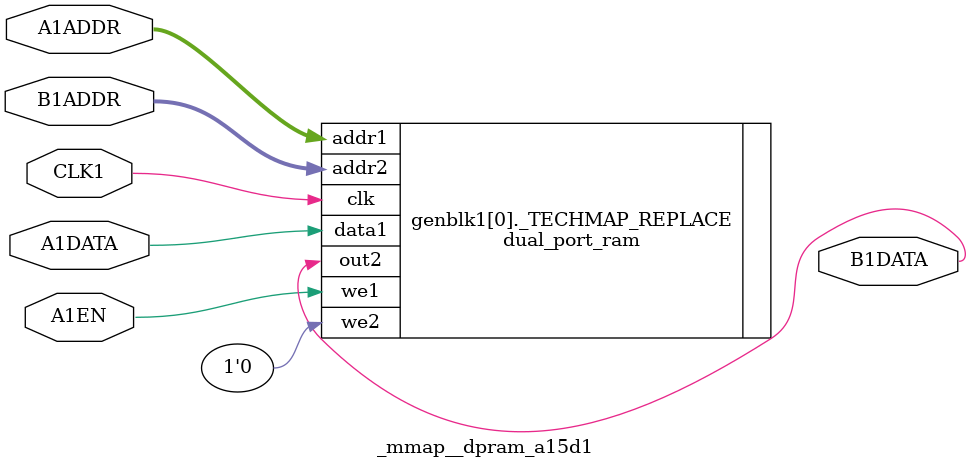
<source format=v>
module _mmap__dpram_a10d32 (CLK1, A1ADDR, A1DATA, A1EN, B1ADDR, B1DATA);

    localparam      ADDR_WIDTH = 10;
    localparam      DATA_WIDTH = 32;

    input                   CLK1;
    input [ADDR_WIDTH-1:0]  A1ADDR;
    input [DATA_WIDTH-1:0]  A1DATA;
    input                   A1EN;
    input [ADDR_WIDTH-1:0]  B1ADDR;
    output [DATA_WIDTH-1:0] B1DATA;

    parameter       INIT    = 1'bx;
    parameter       CLKPOL1 = 1;
    parameter       CLKPOL2 = 1;

    genvar i;
    generate for (i = 0; i < DATA_WIDTH; i = i + 1) begin
        dual_port_ram #(
            .ADDR_WIDTH     (ADDR_WIDTH)
        ) _TECHMAP_REPLACE (
            .clk        (CLK1)

            ,.addr1     (A1ADDR)
            ,.we1       (A1EN)
            ,.data1     (A1DATA[i])

            ,.addr2     (B1ADDR)
            ,.we2       (1'b0)
            ,.out2      (B1DATA[i])
            );
    end endgenerate

endmodule

module _mmap__dpram_a11d16 (CLK1, A1ADDR, A1DATA, A1EN, B1ADDR, B1DATA);

    localparam      ADDR_WIDTH = 11;
    localparam      DATA_WIDTH = 16;

    input                   CLK1;
    input [ADDR_WIDTH-1:0]  A1ADDR;
    input [DATA_WIDTH-1:0]  A1DATA;
    input                   A1EN;
    input [ADDR_WIDTH-1:0]  B1ADDR;
    output [DATA_WIDTH-1:0] B1DATA;

    parameter       INIT    = 1'bx;
    parameter       CLKPOL1 = 1;
    parameter       CLKPOL2 = 1;

    genvar i;
    generate for (i = 0; i < DATA_WIDTH; i = i + 1) begin
        dual_port_ram #(
            .ADDR_WIDTH     (ADDR_WIDTH)
        ) _TECHMAP_REPLACE (
            .clk        (CLK1)

            ,.addr1     (A1ADDR)
            ,.we1       (A1EN)
            ,.data1     (A1DATA[i])

            ,.addr2     (B1ADDR)
            ,.we2       (1'b0)
            ,.out2      (B1DATA[i])
            );
    end endgenerate

endmodule

module _mmap__dpram_a12d8 (CLK1, A1ADDR, A1DATA, A1EN, B1ADDR, B1DATA);

    localparam      ADDR_WIDTH = 12;
    localparam      DATA_WIDTH = 8;

    input                   CLK1;
    input [ADDR_WIDTH-1:0]  A1ADDR;
    input [DATA_WIDTH-1:0]  A1DATA;
    input                   A1EN;
    input [ADDR_WIDTH-1:0]  B1ADDR;
    output [DATA_WIDTH-1:0] B1DATA;

    parameter       INIT    = 1'bx;
    parameter       CLKPOL1 = 1;
    parameter       CLKPOL2 = 1;

    genvar i;
    generate for (i = 0; i < DATA_WIDTH; i = i + 1) begin
        dual_port_ram #(
            .ADDR_WIDTH     (ADDR_WIDTH)
        ) _TECHMAP_REPLACE (
            .clk        (CLK1)

            ,.addr1     (A1ADDR)
            ,.we1       (A1EN)
            ,.data1     (A1DATA[i])

            ,.addr2     (B1ADDR)
            ,.we2       (1'b0)
            ,.out2      (B1DATA[i])
            );
    end endgenerate

endmodule

module _mmap__dpram_a13d4 (CLK1, A1ADDR, A1DATA, A1EN, B1ADDR, B1DATA);

    localparam      ADDR_WIDTH = 13;
    localparam      DATA_WIDTH = 4;

    input                   CLK1;
    input [ADDR_WIDTH-1:0]  A1ADDR;
    input [DATA_WIDTH-1:0]  A1DATA;
    input                   A1EN;
    input [ADDR_WIDTH-1:0]  B1ADDR;
    output [DATA_WIDTH-1:0] B1DATA;

    parameter       INIT    = 1'bx;
    parameter       CLKPOL1 = 1;
    parameter       CLKPOL2 = 1;

    genvar i;
    generate for (i = 0; i < DATA_WIDTH; i = i + 1) begin
        dual_port_ram #(
            .ADDR_WIDTH     (ADDR_WIDTH)
        ) _TECHMAP_REPLACE (
            .clk        (CLK1)

            ,.addr1     (A1ADDR)
            ,.we1       (A1EN)
            ,.data1     (A1DATA[i])

            ,.addr2     (B1ADDR)
            ,.we2       (1'b0)
            ,.out2      (B1DATA[i])
            );
    end endgenerate

endmodule

module _mmap__dpram_a14d2 (CLK1, A1ADDR, A1DATA, A1EN, B1ADDR, B1DATA);

    localparam      ADDR_WIDTH = 14;
    localparam      DATA_WIDTH = 2;

    input                   CLK1;
    input [ADDR_WIDTH-1:0]  A1ADDR;
    input [DATA_WIDTH-1:0]  A1DATA;
    input                   A1EN;
    input [ADDR_WIDTH-1:0]  B1ADDR;
    output [DATA_WIDTH-1:0] B1DATA;

    parameter       INIT    = 1'bx;
    parameter       CLKPOL1 = 1;
    parameter       CLKPOL2 = 1;

    genvar i;
    generate for (i = 0; i < DATA_WIDTH; i = i + 1) begin
        dual_port_ram #(
            .ADDR_WIDTH     (ADDR_WIDTH)
        ) _TECHMAP_REPLACE (
            .clk        (CLK1)

            ,.addr1     (A1ADDR)
            ,.we1       (A1EN)
            ,.data1     (A1DATA[i])

            ,.addr2     (B1ADDR)
            ,.we2       (1'b0)
            ,.out2      (B1DATA[i])
            );
    end endgenerate

endmodule

module _mmap__dpram_a15d1 (CLK1, A1ADDR, A1DATA, A1EN, B1ADDR, B1DATA);

    localparam      ADDR_WIDTH = 15;
    localparam      DATA_WIDTH = 1;

    input                   CLK1;
    input [ADDR_WIDTH-1:0]  A1ADDR;
    input [DATA_WIDTH-1:0]  A1DATA;
    input                   A1EN;
    input [ADDR_WIDTH-1:0]  B1ADDR;
    output [DATA_WIDTH-1:0] B1DATA;

    parameter       INIT    = 1'bx;
    parameter       CLKPOL1 = 1;
    parameter       CLKPOL2 = 1;

    genvar i;
    generate for (i = 0; i < DATA_WIDTH; i = i + 1) begin
        dual_port_ram #(
            .ADDR_WIDTH     (ADDR_WIDTH)
        ) _TECHMAP_REPLACE (
            .clk        (CLK1)

            ,.addr1     (A1ADDR)
            ,.we1       (A1EN)
            ,.data1     (A1DATA[i])

            ,.addr2     (B1ADDR)
            ,.we2       (1'b0)
            ,.out2      (B1DATA[i])
            );
    end endgenerate

endmodule

</source>
